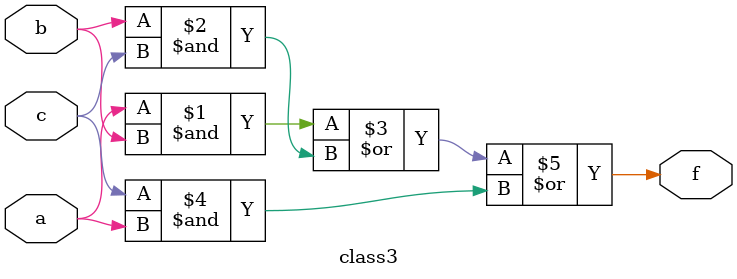
<source format=v>
module class3(a,b,c,f);
	input a,b,c;
	output f;
	assign f = (a&b)|(b&c)|(c&a);
endmodule

</source>
